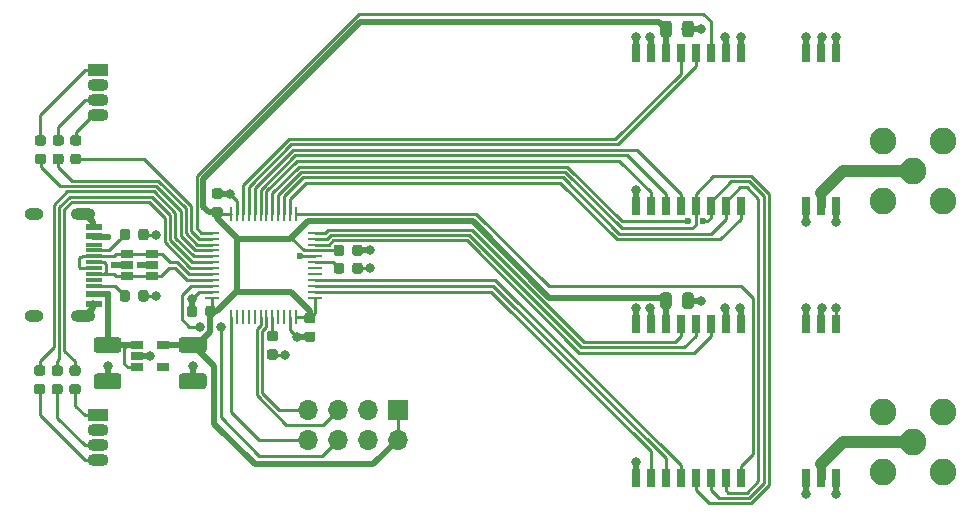
<source format=gbr>
G04 #@! TF.GenerationSoftware,KiCad,Pcbnew,5.1.8-db9833491~87~ubuntu20.04.1*
G04 #@! TF.CreationDate,2020-11-19T11:44:44+01:00*
G04 #@! TF.ProjectId,daisy,64616973-792e-46b6-9963-61645f706362,v1.0*
G04 #@! TF.SameCoordinates,Original*
G04 #@! TF.FileFunction,Copper,L1,Top*
G04 #@! TF.FilePolarity,Positive*
%FSLAX46Y46*%
G04 Gerber Fmt 4.6, Leading zero omitted, Abs format (unit mm)*
G04 Created by KiCad (PCBNEW 5.1.8-db9833491~87~ubuntu20.04.1) date 2020-11-19 11:44:44*
%MOMM*%
%LPD*%
G01*
G04 APERTURE LIST*
G04 #@! TA.AperFunction,ComponentPad*
%ADD10C,2.250000*%
G04 #@! TD*
G04 #@! TA.AperFunction,ComponentPad*
%ADD11O,1.600000X1.000000*%
G04 #@! TD*
G04 #@! TA.AperFunction,ComponentPad*
%ADD12O,2.100000X1.000000*%
G04 #@! TD*
G04 #@! TA.AperFunction,SMDPad,CuDef*
%ADD13R,1.450000X0.300000*%
G04 #@! TD*
G04 #@! TA.AperFunction,SMDPad,CuDef*
%ADD14R,1.450000X0.600000*%
G04 #@! TD*
G04 #@! TA.AperFunction,SMDPad,CuDef*
%ADD15R,1.300000X0.250000*%
G04 #@! TD*
G04 #@! TA.AperFunction,SMDPad,CuDef*
%ADD16R,0.250000X1.300000*%
G04 #@! TD*
G04 #@! TA.AperFunction,SMDPad,CuDef*
%ADD17R,1.060000X0.650000*%
G04 #@! TD*
G04 #@! TA.AperFunction,ComponentPad*
%ADD18O,1.800000X1.070000*%
G04 #@! TD*
G04 #@! TA.AperFunction,ComponentPad*
%ADD19R,1.800000X1.070000*%
G04 #@! TD*
G04 #@! TA.AperFunction,ComponentPad*
%ADD20R,1.700000X1.700000*%
G04 #@! TD*
G04 #@! TA.AperFunction,ComponentPad*
%ADD21O,1.700000X1.700000*%
G04 #@! TD*
G04 #@! TA.AperFunction,SMDPad,CuDef*
%ADD22R,0.750000X1.500000*%
G04 #@! TD*
G04 #@! TA.AperFunction,ViaPad*
%ADD23C,0.600000*%
G04 #@! TD*
G04 #@! TA.AperFunction,ViaPad*
%ADD24C,0.800000*%
G04 #@! TD*
G04 #@! TA.AperFunction,Conductor*
%ADD25C,0.500000*%
G04 #@! TD*
G04 #@! TA.AperFunction,Conductor*
%ADD26C,0.250000*%
G04 #@! TD*
G04 #@! TA.AperFunction,Conductor*
%ADD27C,1.000000*%
G04 #@! TD*
G04 #@! TA.AperFunction,Conductor*
%ADD28C,0.750000*%
G04 #@! TD*
G04 APERTURE END LIST*
D10*
X196000000Y-128500000D03*
X193460000Y-131040000D03*
X198540000Y-131040000D03*
X198540000Y-125960000D03*
X193460000Y-125960000D03*
X196000000Y-105500000D03*
X193460000Y-108040000D03*
X198540000Y-108040000D03*
X198540000Y-102960000D03*
X193460000Y-102960000D03*
D11*
X121530000Y-117820000D03*
X121530000Y-109180000D03*
D12*
X125710000Y-109180000D03*
X125710000Y-117820000D03*
D13*
X126625000Y-113250000D03*
X126625000Y-115250000D03*
X126625000Y-114750000D03*
X126625000Y-114250000D03*
X126625000Y-113750000D03*
X126625000Y-112750000D03*
X126625000Y-112250000D03*
X126625000Y-111750000D03*
D14*
X126625000Y-116750000D03*
X126625000Y-115950000D03*
X126625000Y-111050000D03*
X126625000Y-110250000D03*
X126625000Y-110250000D03*
X126625000Y-111050000D03*
X126625000Y-115950000D03*
X126625000Y-116750000D03*
D15*
X145350000Y-116250000D03*
X145350000Y-115750000D03*
X145350000Y-115250000D03*
X145350000Y-114750000D03*
X145350000Y-114250000D03*
X145350000Y-113750000D03*
X145350000Y-113250000D03*
X145350000Y-112750000D03*
X145350000Y-112250000D03*
X145350000Y-111750000D03*
X145350000Y-111250000D03*
X145350000Y-110750000D03*
D16*
X143750000Y-109150000D03*
X143250000Y-109150000D03*
X142750000Y-109150000D03*
X142250000Y-109150000D03*
X141750000Y-109150000D03*
X141250000Y-109150000D03*
X140750000Y-109150000D03*
X140250000Y-109150000D03*
X139750000Y-109150000D03*
X139250000Y-109150000D03*
X138750000Y-109150000D03*
X138250000Y-109150000D03*
D15*
X136650000Y-110750000D03*
X136650000Y-111250000D03*
X136650000Y-111750000D03*
X136650000Y-112250000D03*
X136650000Y-112750000D03*
X136650000Y-113250000D03*
X136650000Y-113750000D03*
X136650000Y-114250000D03*
X136650000Y-114750000D03*
X136650000Y-115250000D03*
X136650000Y-115750000D03*
X136650000Y-116250000D03*
D16*
X138250000Y-117850000D03*
X138750000Y-117850000D03*
X139250000Y-117850000D03*
X139750000Y-117850000D03*
X140250000Y-117850000D03*
X140750000Y-117850000D03*
X141250000Y-117850000D03*
X141750000Y-117850000D03*
X142250000Y-117850000D03*
X142750000Y-117850000D03*
X143250000Y-117850000D03*
X143750000Y-117850000D03*
G04 #@! TA.AperFunction,SMDPad,CuDef*
G36*
G01*
X131275000Y-110643750D02*
X131275000Y-111156250D01*
G75*
G02*
X131056250Y-111375000I-218750J0D01*
G01*
X130618750Y-111375000D01*
G75*
G02*
X130400000Y-111156250I0J218750D01*
G01*
X130400000Y-110643750D01*
G75*
G02*
X130618750Y-110425000I218750J0D01*
G01*
X131056250Y-110425000D01*
G75*
G02*
X131275000Y-110643750I0J-218750D01*
G01*
G37*
G04 #@! TD.AperFunction*
G04 #@! TA.AperFunction,SMDPad,CuDef*
G36*
G01*
X129700000Y-110643750D02*
X129700000Y-111156250D01*
G75*
G02*
X129481250Y-111375000I-218750J0D01*
G01*
X129043750Y-111375000D01*
G75*
G02*
X128825000Y-111156250I0J218750D01*
G01*
X128825000Y-110643750D01*
G75*
G02*
X129043750Y-110425000I218750J0D01*
G01*
X129481250Y-110425000D01*
G75*
G02*
X129700000Y-110643750I0J-218750D01*
G01*
G37*
G04 #@! TD.AperFunction*
G04 #@! TA.AperFunction,SMDPad,CuDef*
G36*
G01*
X126874998Y-122665000D02*
X128725002Y-122665000D01*
G75*
G02*
X128975000Y-122914998I0J-249998D01*
G01*
X128975000Y-123740002D01*
G75*
G02*
X128725002Y-123990000I-249998J0D01*
G01*
X126874998Y-123990000D01*
G75*
G02*
X126625000Y-123740002I0J249998D01*
G01*
X126625000Y-122914998D01*
G75*
G02*
X126874998Y-122665000I249998J0D01*
G01*
G37*
G04 #@! TD.AperFunction*
G04 #@! TA.AperFunction,SMDPad,CuDef*
G36*
G01*
X126874998Y-119590000D02*
X128725002Y-119590000D01*
G75*
G02*
X128975000Y-119839998I0J-249998D01*
G01*
X128975000Y-120665002D01*
G75*
G02*
X128725002Y-120915000I-249998J0D01*
G01*
X126874998Y-120915000D01*
G75*
G02*
X126625000Y-120665002I0J249998D01*
G01*
X126625000Y-119839998D01*
G75*
G02*
X126874998Y-119590000I249998J0D01*
G01*
G37*
G04 #@! TD.AperFunction*
G04 #@! TA.AperFunction,SMDPad,CuDef*
G36*
G01*
X134074998Y-119587500D02*
X135925002Y-119587500D01*
G75*
G02*
X136175000Y-119837498I0J-249998D01*
G01*
X136175000Y-120662502D01*
G75*
G02*
X135925002Y-120912500I-249998J0D01*
G01*
X134074998Y-120912500D01*
G75*
G02*
X133825000Y-120662502I0J249998D01*
G01*
X133825000Y-119837498D01*
G75*
G02*
X134074998Y-119587500I249998J0D01*
G01*
G37*
G04 #@! TD.AperFunction*
G04 #@! TA.AperFunction,SMDPad,CuDef*
G36*
G01*
X134074998Y-122662500D02*
X135925002Y-122662500D01*
G75*
G02*
X136175000Y-122912498I0J-249998D01*
G01*
X136175000Y-123737502D01*
G75*
G02*
X135925002Y-123987500I-249998J0D01*
G01*
X134074998Y-123987500D01*
G75*
G02*
X133825000Y-123737502I0J249998D01*
G01*
X133825000Y-122912498D01*
G75*
G02*
X134074998Y-122662500I249998J0D01*
G01*
G37*
G04 #@! TD.AperFunction*
G04 #@! TA.AperFunction,SMDPad,CuDef*
G36*
G01*
X135370000Y-117153750D02*
X135370000Y-117666250D01*
G75*
G02*
X135151250Y-117885000I-218750J0D01*
G01*
X134713750Y-117885000D01*
G75*
G02*
X134495000Y-117666250I0J218750D01*
G01*
X134495000Y-117153750D01*
G75*
G02*
X134713750Y-116935000I218750J0D01*
G01*
X135151250Y-116935000D01*
G75*
G02*
X135370000Y-117153750I0J-218750D01*
G01*
G37*
G04 #@! TD.AperFunction*
G04 #@! TA.AperFunction,SMDPad,CuDef*
G36*
G01*
X136945000Y-117153750D02*
X136945000Y-117666250D01*
G75*
G02*
X136726250Y-117885000I-218750J0D01*
G01*
X136288750Y-117885000D01*
G75*
G02*
X136070000Y-117666250I0J218750D01*
G01*
X136070000Y-117153750D01*
G75*
G02*
X136288750Y-116935000I218750J0D01*
G01*
X136726250Y-116935000D01*
G75*
G02*
X136945000Y-117153750I0J-218750D01*
G01*
G37*
G04 #@! TD.AperFunction*
G04 #@! TA.AperFunction,SMDPad,CuDef*
G36*
G01*
X144653750Y-117545000D02*
X145166250Y-117545000D01*
G75*
G02*
X145385000Y-117763750I0J-218750D01*
G01*
X145385000Y-118201250D01*
G75*
G02*
X145166250Y-118420000I-218750J0D01*
G01*
X144653750Y-118420000D01*
G75*
G02*
X144435000Y-118201250I0J218750D01*
G01*
X144435000Y-117763750D01*
G75*
G02*
X144653750Y-117545000I218750J0D01*
G01*
G37*
G04 #@! TD.AperFunction*
G04 #@! TA.AperFunction,SMDPad,CuDef*
G36*
G01*
X144653750Y-119120000D02*
X145166250Y-119120000D01*
G75*
G02*
X145385000Y-119338750I0J-218750D01*
G01*
X145385000Y-119776250D01*
G75*
G02*
X145166250Y-119995000I-218750J0D01*
G01*
X144653750Y-119995000D01*
G75*
G02*
X144435000Y-119776250I0J218750D01*
G01*
X144435000Y-119338750D01*
G75*
G02*
X144653750Y-119120000I218750J0D01*
G01*
G37*
G04 #@! TD.AperFunction*
G04 #@! TA.AperFunction,SMDPad,CuDef*
G36*
G01*
X137336250Y-107870000D02*
X136823750Y-107870000D01*
G75*
G02*
X136605000Y-107651250I0J218750D01*
G01*
X136605000Y-107213750D01*
G75*
G02*
X136823750Y-106995000I218750J0D01*
G01*
X137336250Y-106995000D01*
G75*
G02*
X137555000Y-107213750I0J-218750D01*
G01*
X137555000Y-107651250D01*
G75*
G02*
X137336250Y-107870000I-218750J0D01*
G01*
G37*
G04 #@! TD.AperFunction*
G04 #@! TA.AperFunction,SMDPad,CuDef*
G36*
G01*
X137336250Y-109445000D02*
X136823750Y-109445000D01*
G75*
G02*
X136605000Y-109226250I0J218750D01*
G01*
X136605000Y-108788750D01*
G75*
G02*
X136823750Y-108570000I218750J0D01*
G01*
X137336250Y-108570000D01*
G75*
G02*
X137555000Y-108788750I0J-218750D01*
G01*
X137555000Y-109226250D01*
G75*
G02*
X137336250Y-109445000I-218750J0D01*
G01*
G37*
G04 #@! TD.AperFunction*
G04 #@! TA.AperFunction,SMDPad,CuDef*
G36*
G01*
X146945000Y-112496250D02*
X146945000Y-111983750D01*
G75*
G02*
X147163750Y-111765000I218750J0D01*
G01*
X147601250Y-111765000D01*
G75*
G02*
X147820000Y-111983750I0J-218750D01*
G01*
X147820000Y-112496250D01*
G75*
G02*
X147601250Y-112715000I-218750J0D01*
G01*
X147163750Y-112715000D01*
G75*
G02*
X146945000Y-112496250I0J218750D01*
G01*
G37*
G04 #@! TD.AperFunction*
G04 #@! TA.AperFunction,SMDPad,CuDef*
G36*
G01*
X148520000Y-112496250D02*
X148520000Y-111983750D01*
G75*
G02*
X148738750Y-111765000I218750J0D01*
G01*
X149176250Y-111765000D01*
G75*
G02*
X149395000Y-111983750I0J-218750D01*
G01*
X149395000Y-112496250D01*
G75*
G02*
X149176250Y-112715000I-218750J0D01*
G01*
X148738750Y-112715000D01*
G75*
G02*
X148520000Y-112496250I0J218750D01*
G01*
G37*
G04 #@! TD.AperFunction*
G04 #@! TA.AperFunction,SMDPad,CuDef*
G36*
G01*
X146945000Y-114006250D02*
X146945000Y-113493750D01*
G75*
G02*
X147163750Y-113275000I218750J0D01*
G01*
X147601250Y-113275000D01*
G75*
G02*
X147820000Y-113493750I0J-218750D01*
G01*
X147820000Y-114006250D01*
G75*
G02*
X147601250Y-114225000I-218750J0D01*
G01*
X147163750Y-114225000D01*
G75*
G02*
X146945000Y-114006250I0J218750D01*
G01*
G37*
G04 #@! TD.AperFunction*
G04 #@! TA.AperFunction,SMDPad,CuDef*
G36*
G01*
X148520000Y-114006250D02*
X148520000Y-113493750D01*
G75*
G02*
X148738750Y-113275000I218750J0D01*
G01*
X149176250Y-113275000D01*
G75*
G02*
X149395000Y-113493750I0J-218750D01*
G01*
X149395000Y-114006250D01*
G75*
G02*
X149176250Y-114225000I-218750J0D01*
G01*
X148738750Y-114225000D01*
G75*
G02*
X148520000Y-114006250I0J218750D01*
G01*
G37*
G04 #@! TD.AperFunction*
G04 #@! TA.AperFunction,SMDPad,CuDef*
G36*
G01*
X129700000Y-115843750D02*
X129700000Y-116356250D01*
G75*
G02*
X129481250Y-116575000I-218750J0D01*
G01*
X129043750Y-116575000D01*
G75*
G02*
X128825000Y-116356250I0J218750D01*
G01*
X128825000Y-115843750D01*
G75*
G02*
X129043750Y-115625000I218750J0D01*
G01*
X129481250Y-115625000D01*
G75*
G02*
X129700000Y-115843750I0J-218750D01*
G01*
G37*
G04 #@! TD.AperFunction*
G04 #@! TA.AperFunction,SMDPad,CuDef*
G36*
G01*
X131275000Y-115843750D02*
X131275000Y-116356250D01*
G75*
G02*
X131056250Y-116575000I-218750J0D01*
G01*
X130618750Y-116575000D01*
G75*
G02*
X130400000Y-116356250I0J218750D01*
G01*
X130400000Y-115843750D01*
G75*
G02*
X130618750Y-115625000I218750J0D01*
G01*
X131056250Y-115625000D01*
G75*
G02*
X131275000Y-115843750I0J-218750D01*
G01*
G37*
G04 #@! TD.AperFunction*
G04 #@! TA.AperFunction,SMDPad,CuDef*
G36*
G01*
X141493750Y-119055000D02*
X142006250Y-119055000D01*
G75*
G02*
X142225000Y-119273750I0J-218750D01*
G01*
X142225000Y-119711250D01*
G75*
G02*
X142006250Y-119930000I-218750J0D01*
G01*
X141493750Y-119930000D01*
G75*
G02*
X141275000Y-119711250I0J218750D01*
G01*
X141275000Y-119273750D01*
G75*
G02*
X141493750Y-119055000I218750J0D01*
G01*
G37*
G04 #@! TD.AperFunction*
G04 #@! TA.AperFunction,SMDPad,CuDef*
G36*
G01*
X141493750Y-120630000D02*
X142006250Y-120630000D01*
G75*
G02*
X142225000Y-120848750I0J-218750D01*
G01*
X142225000Y-121286250D01*
G75*
G02*
X142006250Y-121505000I-218750J0D01*
G01*
X141493750Y-121505000D01*
G75*
G02*
X141275000Y-121286250I0J218750D01*
G01*
X141275000Y-120848750D01*
G75*
G02*
X141493750Y-120630000I218750J0D01*
G01*
G37*
G04 #@! TD.AperFunction*
G04 #@! TA.AperFunction,SMDPad,CuDef*
G36*
G01*
X122366250Y-104945000D02*
X121853750Y-104945000D01*
G75*
G02*
X121635000Y-104726250I0J218750D01*
G01*
X121635000Y-104288750D01*
G75*
G02*
X121853750Y-104070000I218750J0D01*
G01*
X122366250Y-104070000D01*
G75*
G02*
X122585000Y-104288750I0J-218750D01*
G01*
X122585000Y-104726250D01*
G75*
G02*
X122366250Y-104945000I-218750J0D01*
G01*
G37*
G04 #@! TD.AperFunction*
G04 #@! TA.AperFunction,SMDPad,CuDef*
G36*
G01*
X122366250Y-103370000D02*
X121853750Y-103370000D01*
G75*
G02*
X121635000Y-103151250I0J218750D01*
G01*
X121635000Y-102713750D01*
G75*
G02*
X121853750Y-102495000I218750J0D01*
G01*
X122366250Y-102495000D01*
G75*
G02*
X122585000Y-102713750I0J-218750D01*
G01*
X122585000Y-103151250D01*
G75*
G02*
X122366250Y-103370000I-218750J0D01*
G01*
G37*
G04 #@! TD.AperFunction*
G04 #@! TA.AperFunction,SMDPad,CuDef*
G36*
G01*
X123866250Y-103370000D02*
X123353750Y-103370000D01*
G75*
G02*
X123135000Y-103151250I0J218750D01*
G01*
X123135000Y-102713750D01*
G75*
G02*
X123353750Y-102495000I218750J0D01*
G01*
X123866250Y-102495000D01*
G75*
G02*
X124085000Y-102713750I0J-218750D01*
G01*
X124085000Y-103151250D01*
G75*
G02*
X123866250Y-103370000I-218750J0D01*
G01*
G37*
G04 #@! TD.AperFunction*
G04 #@! TA.AperFunction,SMDPad,CuDef*
G36*
G01*
X123866250Y-104945000D02*
X123353750Y-104945000D01*
G75*
G02*
X123135000Y-104726250I0J218750D01*
G01*
X123135000Y-104288750D01*
G75*
G02*
X123353750Y-104070000I218750J0D01*
G01*
X123866250Y-104070000D01*
G75*
G02*
X124085000Y-104288750I0J-218750D01*
G01*
X124085000Y-104726250D01*
G75*
G02*
X123866250Y-104945000I-218750J0D01*
G01*
G37*
G04 #@! TD.AperFunction*
G04 #@! TA.AperFunction,SMDPad,CuDef*
G36*
G01*
X125366250Y-104945000D02*
X124853750Y-104945000D01*
G75*
G02*
X124635000Y-104726250I0J218750D01*
G01*
X124635000Y-104288750D01*
G75*
G02*
X124853750Y-104070000I218750J0D01*
G01*
X125366250Y-104070000D01*
G75*
G02*
X125585000Y-104288750I0J-218750D01*
G01*
X125585000Y-104726250D01*
G75*
G02*
X125366250Y-104945000I-218750J0D01*
G01*
G37*
G04 #@! TD.AperFunction*
G04 #@! TA.AperFunction,SMDPad,CuDef*
G36*
G01*
X125366250Y-103370000D02*
X124853750Y-103370000D01*
G75*
G02*
X124635000Y-103151250I0J218750D01*
G01*
X124635000Y-102713750D01*
G75*
G02*
X124853750Y-102495000I218750J0D01*
G01*
X125366250Y-102495000D01*
G75*
G02*
X125585000Y-102713750I0J-218750D01*
G01*
X125585000Y-103151250D01*
G75*
G02*
X125366250Y-103370000I-218750J0D01*
G01*
G37*
G04 #@! TD.AperFunction*
G04 #@! TA.AperFunction,SMDPad,CuDef*
G36*
G01*
X124783750Y-123560000D02*
X125296250Y-123560000D01*
G75*
G02*
X125515000Y-123778750I0J-218750D01*
G01*
X125515000Y-124216250D01*
G75*
G02*
X125296250Y-124435000I-218750J0D01*
G01*
X124783750Y-124435000D01*
G75*
G02*
X124565000Y-124216250I0J218750D01*
G01*
X124565000Y-123778750D01*
G75*
G02*
X124783750Y-123560000I218750J0D01*
G01*
G37*
G04 #@! TD.AperFunction*
G04 #@! TA.AperFunction,SMDPad,CuDef*
G36*
G01*
X124783750Y-121985000D02*
X125296250Y-121985000D01*
G75*
G02*
X125515000Y-122203750I0J-218750D01*
G01*
X125515000Y-122641250D01*
G75*
G02*
X125296250Y-122860000I-218750J0D01*
G01*
X124783750Y-122860000D01*
G75*
G02*
X124565000Y-122641250I0J218750D01*
G01*
X124565000Y-122203750D01*
G75*
G02*
X124783750Y-121985000I218750J0D01*
G01*
G37*
G04 #@! TD.AperFunction*
D17*
X130300000Y-120250000D03*
X130300000Y-121200000D03*
X130300000Y-122150000D03*
X132500000Y-122150000D03*
X132500000Y-120250000D03*
X131600000Y-114450000D03*
X131600000Y-113500000D03*
X131600000Y-112550000D03*
X129400000Y-112550000D03*
X129400000Y-114450000D03*
X129400000Y-113500000D03*
D18*
X127000000Y-100810000D03*
X127000000Y-99540000D03*
X127000000Y-98270000D03*
D19*
X127000000Y-97000000D03*
X127000000Y-126200000D03*
D18*
X127000000Y-127470000D03*
X127000000Y-128740000D03*
X127000000Y-130010000D03*
G04 #@! TA.AperFunction,SMDPad,CuDef*
G36*
G01*
X123273750Y-121985000D02*
X123786250Y-121985000D01*
G75*
G02*
X124005000Y-122203750I0J-218750D01*
G01*
X124005000Y-122641250D01*
G75*
G02*
X123786250Y-122860000I-218750J0D01*
G01*
X123273750Y-122860000D01*
G75*
G02*
X123055000Y-122641250I0J218750D01*
G01*
X123055000Y-122203750D01*
G75*
G02*
X123273750Y-121985000I218750J0D01*
G01*
G37*
G04 #@! TD.AperFunction*
G04 #@! TA.AperFunction,SMDPad,CuDef*
G36*
G01*
X123273750Y-123560000D02*
X123786250Y-123560000D01*
G75*
G02*
X124005000Y-123778750I0J-218750D01*
G01*
X124005000Y-124216250D01*
G75*
G02*
X123786250Y-124435000I-218750J0D01*
G01*
X123273750Y-124435000D01*
G75*
G02*
X123055000Y-124216250I0J218750D01*
G01*
X123055000Y-123778750D01*
G75*
G02*
X123273750Y-123560000I218750J0D01*
G01*
G37*
G04 #@! TD.AperFunction*
G04 #@! TA.AperFunction,SMDPad,CuDef*
G36*
G01*
X121783750Y-123560000D02*
X122296250Y-123560000D01*
G75*
G02*
X122515000Y-123778750I0J-218750D01*
G01*
X122515000Y-124216250D01*
G75*
G02*
X122296250Y-124435000I-218750J0D01*
G01*
X121783750Y-124435000D01*
G75*
G02*
X121565000Y-124216250I0J218750D01*
G01*
X121565000Y-123778750D01*
G75*
G02*
X121783750Y-123560000I218750J0D01*
G01*
G37*
G04 #@! TD.AperFunction*
G04 #@! TA.AperFunction,SMDPad,CuDef*
G36*
G01*
X121783750Y-121985000D02*
X122296250Y-121985000D01*
G75*
G02*
X122515000Y-122203750I0J-218750D01*
G01*
X122515000Y-122641250D01*
G75*
G02*
X122296250Y-122860000I-218750J0D01*
G01*
X121783750Y-122860000D01*
G75*
G02*
X121565000Y-122641250I0J218750D01*
G01*
X121565000Y-122203750D01*
G75*
G02*
X121783750Y-121985000I218750J0D01*
G01*
G37*
G04 #@! TD.AperFunction*
G04 #@! TA.AperFunction,SMDPad,CuDef*
G36*
G01*
X174575000Y-93956250D02*
X174575000Y-93043750D01*
G75*
G02*
X174818750Y-92800000I243750J0D01*
G01*
X175306250Y-92800000D01*
G75*
G02*
X175550000Y-93043750I0J-243750D01*
G01*
X175550000Y-93956250D01*
G75*
G02*
X175306250Y-94200000I-243750J0D01*
G01*
X174818750Y-94200000D01*
G75*
G02*
X174575000Y-93956250I0J243750D01*
G01*
G37*
G04 #@! TD.AperFunction*
G04 #@! TA.AperFunction,SMDPad,CuDef*
G36*
G01*
X176450000Y-93956250D02*
X176450000Y-93043750D01*
G75*
G02*
X176693750Y-92800000I243750J0D01*
G01*
X177181250Y-92800000D01*
G75*
G02*
X177425000Y-93043750I0J-243750D01*
G01*
X177425000Y-93956250D01*
G75*
G02*
X177181250Y-94200000I-243750J0D01*
G01*
X176693750Y-94200000D01*
G75*
G02*
X176450000Y-93956250I0J243750D01*
G01*
G37*
G04 #@! TD.AperFunction*
G04 #@! TA.AperFunction,SMDPad,CuDef*
G36*
G01*
X176450000Y-116956250D02*
X176450000Y-116043750D01*
G75*
G02*
X176693750Y-115800000I243750J0D01*
G01*
X177181250Y-115800000D01*
G75*
G02*
X177425000Y-116043750I0J-243750D01*
G01*
X177425000Y-116956250D01*
G75*
G02*
X177181250Y-117200000I-243750J0D01*
G01*
X176693750Y-117200000D01*
G75*
G02*
X176450000Y-116956250I0J243750D01*
G01*
G37*
G04 #@! TD.AperFunction*
G04 #@! TA.AperFunction,SMDPad,CuDef*
G36*
G01*
X174575000Y-116956250D02*
X174575000Y-116043750D01*
G75*
G02*
X174818750Y-115800000I243750J0D01*
G01*
X175306250Y-115800000D01*
G75*
G02*
X175550000Y-116043750I0J-243750D01*
G01*
X175550000Y-116956250D01*
G75*
G02*
X175306250Y-117200000I-243750J0D01*
G01*
X174818750Y-117200000D01*
G75*
G02*
X174575000Y-116956250I0J243750D01*
G01*
G37*
G04 #@! TD.AperFunction*
D20*
X152400000Y-125730000D03*
D21*
X152400000Y-128270000D03*
X149860000Y-125730000D03*
X149860000Y-128270000D03*
X147320000Y-125730000D03*
X147320000Y-128270000D03*
X144780000Y-125730000D03*
X144780000Y-128270000D03*
D22*
X189500000Y-108500000D03*
X188230000Y-108500000D03*
X186960000Y-108500000D03*
X181390000Y-108500000D03*
X180120000Y-108500000D03*
X178850000Y-108500000D03*
X177580000Y-108500000D03*
X176310000Y-108500000D03*
X175040000Y-108500000D03*
X173770000Y-108500000D03*
X172500000Y-108500000D03*
X172500000Y-95500000D03*
X173770000Y-95500000D03*
X175040000Y-95500000D03*
X176310000Y-95500000D03*
X177580000Y-95500000D03*
X178850000Y-95500000D03*
X180120000Y-95500000D03*
X181390000Y-95500000D03*
X186960000Y-95500000D03*
X188230000Y-95500000D03*
X189500000Y-95500000D03*
X189500000Y-118500000D03*
X188230000Y-118500000D03*
X186960000Y-118500000D03*
X181390000Y-118500000D03*
X180120000Y-118500000D03*
X178850000Y-118500000D03*
X177580000Y-118500000D03*
X176310000Y-118500000D03*
X175040000Y-118500000D03*
X173770000Y-118500000D03*
X172500000Y-118500000D03*
X172500000Y-131500000D03*
X173770000Y-131500000D03*
X175040000Y-131500000D03*
X176310000Y-131500000D03*
X177580000Y-131500000D03*
X178850000Y-131500000D03*
X180120000Y-131500000D03*
X181390000Y-131500000D03*
X186960000Y-131500000D03*
X188230000Y-131500000D03*
X189500000Y-131500000D03*
D23*
X130530002Y-113500000D03*
D24*
X127800000Y-122050000D03*
X135000000Y-122050000D03*
D23*
X144050006Y-112750000D03*
D24*
X138160000Y-107439998D03*
X143830000Y-119560000D03*
X134930000Y-116330000D03*
X150000001Y-112230000D03*
X189500000Y-132850000D03*
X186950000Y-132850000D03*
X189500000Y-117150012D03*
X188249974Y-117150000D03*
X186950000Y-117150000D03*
X180100000Y-117150000D03*
X172499998Y-117150000D03*
X173750000Y-117150000D03*
X189499998Y-94150000D03*
X188250002Y-94150000D03*
X186950000Y-94150000D03*
X181400000Y-94150000D03*
X180100000Y-94150010D03*
X186950000Y-109850000D03*
X189500000Y-109849996D03*
X181374990Y-117150000D03*
X178049990Y-116500000D03*
X178050000Y-93500000D03*
X173750000Y-94149994D03*
X172500000Y-94150000D03*
X172510002Y-107140000D03*
X172500000Y-130139998D03*
X131430000Y-121190000D03*
X131879999Y-116100000D03*
X131879990Y-110900000D03*
X149990000Y-113740000D03*
X142839998Y-121060000D03*
D23*
X127800000Y-115900000D03*
X128340000Y-113500000D03*
X127800000Y-111100000D03*
D24*
X137400000Y-118700000D03*
X135600000Y-118700000D03*
D23*
X176939996Y-109760000D03*
X178230000Y-109760001D03*
D25*
X131600000Y-113500000D02*
X130530002Y-113500000D01*
X127800000Y-123325000D02*
X127800000Y-122050000D01*
X135000000Y-123327500D02*
X135000000Y-122050000D01*
D26*
X145350000Y-112750000D02*
X144050006Y-112750000D01*
D25*
X138152502Y-107432500D02*
X138160000Y-107439998D01*
X137080000Y-107432500D02*
X138152502Y-107432500D01*
D26*
X138750000Y-108029998D02*
X138160000Y-107439998D01*
X138750000Y-109150000D02*
X138750000Y-108029998D01*
X143832500Y-119557500D02*
X143830000Y-119560000D01*
D25*
X144910000Y-119557500D02*
X143832500Y-119557500D01*
D26*
X143250000Y-118980000D02*
X143830000Y-119560000D01*
X143250000Y-117850000D02*
X143250000Y-118980000D01*
X134930000Y-117407500D02*
X134932500Y-117410000D01*
D25*
X134930000Y-116330000D02*
X134930000Y-117407500D01*
D26*
X135510000Y-115750000D02*
X134930000Y-116330000D01*
X136650000Y-115750000D02*
X135510000Y-115750000D01*
X149990001Y-112240000D02*
X150000001Y-112230000D01*
D25*
X148957500Y-112240000D02*
X149990001Y-112240000D01*
D26*
X189500000Y-131125000D02*
X189585000Y-131040000D01*
X189500000Y-131500000D02*
X189500000Y-131125000D01*
D25*
X189500000Y-131500000D02*
X189500000Y-132850000D01*
D26*
X186960000Y-132840000D02*
X186950000Y-132850000D01*
D25*
X186960000Y-131500000D02*
X186960000Y-132840000D01*
D26*
X189500000Y-118500000D02*
X189500000Y-117150012D01*
X188230000Y-117169974D02*
X188249974Y-117150000D01*
D25*
X188230000Y-118500000D02*
X188230000Y-117169974D01*
X186960000Y-118500000D02*
X186960000Y-117160000D01*
D26*
X186960000Y-117160000D02*
X186950000Y-117150000D01*
X180120000Y-117170000D02*
X180100000Y-117150000D01*
D25*
X180120000Y-118500000D02*
X180120000Y-117170000D01*
D26*
X172500000Y-117150002D02*
X172499998Y-117150000D01*
D25*
X172500000Y-118500000D02*
X172500000Y-117150002D01*
D26*
X173770000Y-117170000D02*
X173750000Y-117150000D01*
D25*
X173770000Y-118500000D02*
X173770000Y-117170000D01*
D26*
X189500000Y-94150002D02*
X189499998Y-94150000D01*
D25*
X189500000Y-95500000D02*
X189500000Y-94150002D01*
D26*
X188230000Y-94170002D02*
X188250002Y-94150000D01*
D25*
X188230000Y-95500000D02*
X188230000Y-94170002D01*
D26*
X186960000Y-94160000D02*
X186950000Y-94150000D01*
D25*
X186960000Y-95500000D02*
X186960000Y-94160000D01*
D26*
X181390000Y-94160000D02*
X181400000Y-94150000D01*
D25*
X181390000Y-95500000D02*
X181390000Y-94160000D01*
D26*
X180120000Y-94170010D02*
X180100000Y-94150010D01*
D25*
X180120000Y-95500000D02*
X180120000Y-94170010D01*
X186960000Y-108500000D02*
X186960000Y-109840000D01*
D26*
X186960000Y-109840000D02*
X186950000Y-109850000D01*
D25*
X189500000Y-108500000D02*
X189500000Y-109849996D01*
X181390000Y-118500000D02*
X181390000Y-117165010D01*
D26*
X181390000Y-117165010D02*
X181374990Y-117150000D01*
D25*
X176937500Y-116500000D02*
X178049990Y-116500000D01*
X176637500Y-93500000D02*
X177750000Y-93500000D01*
D26*
X173770000Y-94169994D02*
X173750000Y-94149994D01*
D25*
X173770000Y-95500000D02*
X173770000Y-94169994D01*
X172500000Y-95500000D02*
X172500000Y-94150000D01*
X172500000Y-108500000D02*
X172500000Y-107150002D01*
D26*
X172500000Y-107150002D02*
X172510002Y-107140000D01*
D25*
X172500000Y-131500000D02*
X172500000Y-130139998D01*
D26*
X131420000Y-121200000D02*
X131430000Y-121190000D01*
D25*
X130300000Y-121200000D02*
X131420000Y-121200000D01*
D26*
X130837500Y-116100000D02*
X131879999Y-116100000D01*
X130837500Y-110900000D02*
X131879990Y-110900000D01*
X148957500Y-113750000D02*
X149980000Y-113750000D01*
X149980000Y-113750000D02*
X149990000Y-113740000D01*
D25*
X126590000Y-117120000D02*
X125890000Y-117820000D01*
X126590000Y-116700000D02*
X126590000Y-117120000D01*
X126590000Y-109880000D02*
X125890000Y-109180000D01*
X126590000Y-110300000D02*
X126590000Y-109880000D01*
D26*
X141750000Y-121067500D02*
X142832498Y-121067500D01*
X142832498Y-121067500D02*
X142839998Y-121060000D01*
D25*
X127800000Y-115900000D02*
X127800000Y-120252500D01*
D26*
X130297500Y-120252500D02*
X130300000Y-120250000D01*
D25*
X127800000Y-120252500D02*
X130297500Y-120252500D01*
X129400000Y-113500000D02*
X128340000Y-113500000D01*
D26*
X129520000Y-120250000D02*
X130300000Y-120250000D01*
X129230000Y-120540000D02*
X129520000Y-120250000D01*
X129230000Y-121860000D02*
X129230000Y-120540000D01*
X130300000Y-122150000D02*
X129520000Y-122150000D01*
X129520000Y-122150000D02*
X129230000Y-121860000D01*
D25*
X126590000Y-115900000D02*
X127800000Y-115900000D01*
X126590000Y-111100000D02*
X127800000Y-111100000D01*
D26*
X137312500Y-109150000D02*
X137137500Y-108975000D01*
X138250000Y-109150000D02*
X137312500Y-109150000D01*
X145350000Y-116250000D02*
X145350000Y-117537500D01*
X144687500Y-117850000D02*
X144862500Y-118025000D01*
X143750000Y-117850000D02*
X144687500Y-117850000D01*
X145350000Y-117537500D02*
X144862500Y-118025000D01*
X136650000Y-117267500D02*
X136507500Y-117410000D01*
X136650000Y-116250000D02*
X136650000Y-117267500D01*
D25*
X138750000Y-115750000D02*
X143250000Y-115750000D01*
X138750000Y-111250000D02*
X138750000Y-115750000D01*
D26*
X143300000Y-115750000D02*
X143250000Y-115750000D01*
D25*
X144910000Y-117982500D02*
X144910000Y-117360000D01*
X144910000Y-117360000D02*
X143300000Y-115750000D01*
D26*
X138700000Y-115750000D02*
X138750000Y-115750000D01*
D25*
X136507500Y-117410000D02*
X137040000Y-117410000D01*
X137040000Y-117410000D02*
X138700000Y-115750000D01*
D26*
X138750000Y-111215000D02*
X138750000Y-111250000D01*
D25*
X137080000Y-109545000D02*
X138750000Y-111215000D01*
X137080000Y-109007500D02*
X137080000Y-109545000D01*
D26*
X147372500Y-112250000D02*
X147382500Y-112240000D01*
X145350000Y-112250000D02*
X147372500Y-112250000D01*
D25*
X136507500Y-117410000D02*
X136507500Y-119152500D01*
X135410000Y-120250000D02*
X136507500Y-119152500D01*
X135000000Y-120250000D02*
X135410000Y-120250000D01*
X133280000Y-120250000D02*
X135000000Y-120250000D01*
X132500000Y-120250000D02*
X133280000Y-120250000D01*
X138750000Y-111250000D02*
X143250000Y-111250000D01*
D26*
X175040000Y-116522500D02*
X175062500Y-116500000D01*
D25*
X175040000Y-118500000D02*
X175040000Y-116522500D01*
D26*
X144450000Y-112250000D02*
X143450000Y-111250000D01*
X143450000Y-111250000D02*
X143250000Y-111250000D01*
X145350000Y-112250000D02*
X144450000Y-112250000D01*
X174812500Y-116250000D02*
X175062500Y-116500000D01*
X175040000Y-93522500D02*
X175062500Y-93500000D01*
D25*
X175040000Y-95500000D02*
X175040000Y-93522500D01*
X165210000Y-116250000D02*
X174812500Y-116250000D01*
X158710000Y-109750000D02*
X165210000Y-116250000D01*
X144750000Y-109750000D02*
X158710000Y-109750000D01*
X143250000Y-111250000D02*
X144750000Y-109750000D01*
X174506263Y-92943763D02*
X149136237Y-92943763D01*
X175062500Y-93500000D02*
X174506263Y-92943763D01*
X136350000Y-109020000D02*
X136362500Y-109007500D01*
X149136237Y-92943763D02*
X135905031Y-106174969D01*
X135905031Y-106174969D02*
X135905031Y-108575031D01*
X136362500Y-109007500D02*
X137080000Y-109007500D01*
X135905031Y-108575031D02*
X136350000Y-109020000D01*
D26*
X152400000Y-127067919D02*
X152400000Y-125730000D01*
X152400000Y-128270000D02*
X152400000Y-127067919D01*
D25*
X150300000Y-130370000D02*
X152400000Y-128270000D01*
X140270000Y-130370000D02*
X150300000Y-130370000D01*
X136824989Y-126924989D02*
X140270000Y-130370000D01*
X135000000Y-120250000D02*
X136824989Y-122074989D01*
X136824989Y-122074989D02*
X136824989Y-126924989D01*
D26*
X122110000Y-102395000D02*
X122110000Y-102932500D01*
X122110000Y-100740000D02*
X122110000Y-102395000D01*
X125850000Y-97000000D02*
X122110000Y-100740000D01*
X127000000Y-97000000D02*
X125850000Y-97000000D01*
X125040000Y-124535000D02*
X125040000Y-123997500D01*
X125040000Y-125390000D02*
X125040000Y-124535000D01*
X125850000Y-126200000D02*
X125040000Y-125390000D01*
X127000000Y-126200000D02*
X125850000Y-126200000D01*
X128412500Y-115250000D02*
X129262500Y-116100000D01*
X126590000Y-115250000D02*
X128412500Y-115250000D01*
X131600000Y-114450000D02*
X129400000Y-114450000D01*
X133030000Y-113760000D02*
X133520000Y-113760000D01*
X134510000Y-114750000D02*
X136650000Y-114750000D01*
X133520000Y-113760000D02*
X134510000Y-114750000D01*
X131600000Y-114450000D02*
X132340000Y-114450000D01*
X132340000Y-114450000D02*
X133030000Y-113760000D01*
X127515000Y-114250000D02*
X126590000Y-114250000D01*
X127690000Y-114075000D02*
X127515000Y-114250000D01*
X127690000Y-113425000D02*
X127690000Y-114075000D01*
X126590000Y-113250000D02*
X127515000Y-113250000D01*
X127515000Y-113250000D02*
X127690000Y-113425000D01*
X128520000Y-114450000D02*
X129400000Y-114450000D01*
X126590000Y-114250000D02*
X128320000Y-114250000D01*
X128320000Y-114250000D02*
X128520000Y-114450000D01*
X129400000Y-112550000D02*
X131600000Y-112550000D01*
X133070000Y-113250000D02*
X132370000Y-112550000D01*
X133670000Y-113250000D02*
X133070000Y-113250000D01*
X136650000Y-114250000D02*
X134670000Y-114250000D01*
X132370000Y-112550000D02*
X131600000Y-112550000D01*
X134670000Y-114250000D02*
X133670000Y-113250000D01*
X125640001Y-113725001D02*
X125665000Y-113750000D01*
X125469999Y-113725001D02*
X125640001Y-113725001D01*
X125665000Y-113750000D02*
X126590000Y-113750000D01*
X125360000Y-113615002D02*
X125469999Y-113725001D01*
X125360000Y-112884998D02*
X125360000Y-113615002D01*
X125469999Y-112774999D02*
X125360000Y-112884998D01*
X125640001Y-112774999D02*
X125469999Y-112774999D01*
X128330000Y-112750000D02*
X125665000Y-112750000D01*
X128530000Y-112550000D02*
X128330000Y-112750000D01*
X125665000Y-112750000D02*
X125640001Y-112774999D01*
X129400000Y-112550000D02*
X128530000Y-112550000D01*
X127937499Y-112225001D02*
X128800888Y-111361612D01*
X127254999Y-112225001D02*
X127937499Y-112225001D01*
X128800888Y-111361612D02*
X129262500Y-110900000D01*
X127230000Y-112250000D02*
X127254999Y-112225001D01*
X126590000Y-112250000D02*
X127230000Y-112250000D01*
X122140000Y-105170000D02*
X122140000Y-104537500D01*
X135240000Y-112250000D02*
X133979989Y-110989990D01*
X136650000Y-112250000D02*
X135240000Y-112250000D01*
X133979989Y-110989990D02*
X133979989Y-108876398D01*
X133979989Y-108876398D02*
X131903558Y-106799969D01*
X122140000Y-104537500D02*
X122110000Y-104507500D01*
X131903558Y-106799969D02*
X123769969Y-106799969D01*
X123769969Y-106799969D02*
X122140000Y-105170000D01*
X123610000Y-104969112D02*
X123610000Y-104507500D01*
X135376410Y-111750000D02*
X134430000Y-110803590D01*
X136650000Y-111750000D02*
X135376410Y-111750000D01*
X123610000Y-105160000D02*
X123610000Y-104969112D01*
X134430000Y-110803590D02*
X134430000Y-108689998D01*
X134430000Y-108689998D02*
X132089957Y-106349959D01*
X132089957Y-106349959D02*
X124799959Y-106349959D01*
X124799959Y-106349959D02*
X123610000Y-105160000D01*
X125040000Y-121620000D02*
X125040000Y-122422500D01*
X124150000Y-120730000D02*
X125040000Y-121620000D01*
X124150000Y-108770000D02*
X124150000Y-120730000D01*
X136650000Y-113750000D02*
X134810000Y-113750000D01*
X132629956Y-111569956D02*
X132629956Y-109489956D01*
X132629956Y-109489956D02*
X131290000Y-108150000D01*
X131290000Y-108150000D02*
X124770000Y-108150000D01*
X134810000Y-113750000D02*
X132629956Y-111569956D01*
X124770000Y-108150000D02*
X124150000Y-108770000D01*
X123699989Y-108583600D02*
X123699989Y-121460011D01*
X134946410Y-113250000D02*
X133079967Y-111383557D01*
X123699989Y-121460011D02*
X123530000Y-121630000D01*
X133079967Y-109249197D02*
X131530759Y-107699989D01*
X136650000Y-113250000D02*
X134946410Y-113250000D01*
X133079967Y-111383557D02*
X133079967Y-109249197D01*
X131530759Y-107699989D02*
X124583600Y-107699989D01*
X123530000Y-121630000D02*
X123530000Y-122422500D01*
X124583600Y-107699989D02*
X123699989Y-108583600D01*
X125110000Y-102395000D02*
X125110000Y-102932500D01*
X125110000Y-102240000D02*
X125110000Y-102395000D01*
X127000000Y-100810000D02*
X126540000Y-100810000D01*
X126540000Y-100810000D02*
X125110000Y-102240000D01*
X123610000Y-102395000D02*
X123610000Y-102932500D01*
X123610000Y-101780000D02*
X123610000Y-102395000D01*
X125850000Y-99540000D02*
X123610000Y-101780000D01*
X127000000Y-99540000D02*
X125850000Y-99540000D01*
X123530000Y-124535000D02*
X123530000Y-123997500D01*
X123530000Y-126420000D02*
X123530000Y-124535000D01*
X125850000Y-128740000D02*
X123530000Y-126420000D01*
X127000000Y-128740000D02*
X125850000Y-128740000D01*
X122040000Y-124535000D02*
X122040000Y-123997500D01*
X122040000Y-126200000D02*
X122040000Y-124535000D01*
X125850000Y-130010000D02*
X122040000Y-126200000D01*
X127000000Y-130010000D02*
X125850000Y-130010000D01*
X136650000Y-111250000D02*
X135512820Y-111250000D01*
X135512820Y-111250000D02*
X134880011Y-110617191D01*
X134880011Y-110617191D02*
X134880010Y-108503598D01*
X134880010Y-108503598D02*
X130883912Y-104507500D01*
X130883912Y-104507500D02*
X125685000Y-104507500D01*
X125685000Y-104507500D02*
X125110000Y-104507500D01*
X123249978Y-120420022D02*
X122040000Y-121630000D01*
X123249978Y-108397200D02*
X123249978Y-120420022D01*
X136650000Y-112750000D02*
X135082820Y-112750000D01*
X135082820Y-112750000D02*
X133529978Y-111197158D01*
X133529978Y-111197158D02*
X133529978Y-109062797D01*
X122040000Y-121630000D02*
X122040000Y-122422500D01*
X131717159Y-107249978D02*
X124397200Y-107249978D01*
X133529978Y-109062797D02*
X131717159Y-107249978D01*
X124397200Y-107249978D02*
X123249978Y-108397200D01*
X141750000Y-117850000D02*
X141750000Y-119492500D01*
X146882500Y-113250000D02*
X147382500Y-113750000D01*
X145350000Y-113250000D02*
X146882500Y-113250000D01*
X140419989Y-118923600D02*
X140419989Y-124496400D01*
X142933589Y-127010000D02*
X146040000Y-127010000D01*
X140419989Y-124496400D02*
X142933589Y-127010000D01*
X146470001Y-126579999D02*
X147320000Y-125730000D01*
X140750000Y-118593590D02*
X140419989Y-118923600D01*
X140750000Y-117850000D02*
X140750000Y-118593590D01*
X146040000Y-127010000D02*
X146470001Y-126579999D01*
X134700000Y-118700000D02*
X135600000Y-118700000D01*
X134080000Y-118080000D02*
X134700000Y-118700000D01*
X136650000Y-115250000D02*
X134860000Y-115250000D01*
X134080000Y-116030000D02*
X134080000Y-118080000D01*
X134860000Y-115250000D02*
X134080000Y-116030000D01*
X145960000Y-129630000D02*
X146470001Y-129119999D01*
X146470001Y-129119999D02*
X147320000Y-128270000D01*
X137400000Y-118700000D02*
X137400000Y-126390000D01*
X137400000Y-126390000D02*
X140640000Y-129630000D01*
X140640000Y-129630000D02*
X145960000Y-129630000D01*
X140870000Y-124310000D02*
X142290000Y-125730000D01*
X141250000Y-117850000D02*
X141250000Y-118730000D01*
X142290000Y-125730000D02*
X144780000Y-125730000D01*
X141250000Y-118730000D02*
X140870000Y-119110000D01*
X140870000Y-119110000D02*
X140870000Y-124310000D01*
X138250000Y-117850000D02*
X138250000Y-125900000D01*
X140620000Y-128270000D02*
X144780000Y-128270000D01*
X138250000Y-125900000D02*
X140620000Y-128270000D01*
D27*
X194550432Y-105500000D02*
X196000000Y-105500000D01*
X190100000Y-105500000D02*
X194550432Y-105500000D01*
D28*
X188230000Y-108500000D02*
X188230000Y-107370000D01*
D27*
X188230000Y-107370000D02*
X190100000Y-105500000D01*
X194550432Y-128500000D02*
X196000000Y-128500000D01*
X190050000Y-128500000D02*
X194550432Y-128500000D01*
D28*
X188230000Y-131500000D02*
X188230000Y-130320000D01*
D27*
X188230000Y-130320000D02*
X190050000Y-128500000D01*
D26*
X144125000Y-109150000D02*
X143750000Y-109150000D01*
X158990000Y-109150000D02*
X144125000Y-109150000D01*
X181390000Y-130500000D02*
X182439967Y-129450033D01*
X165140000Y-115300000D02*
X158990000Y-109150000D01*
X181390000Y-131500000D02*
X181390000Y-130500000D01*
X182439967Y-129450033D02*
X182439967Y-116289967D01*
X182439967Y-116289967D02*
X181450000Y-115300000D01*
X181450000Y-115300000D02*
X165140000Y-115300000D01*
X142750000Y-108250000D02*
X142750000Y-109150000D01*
X166336388Y-106049978D02*
X144363611Y-106049978D01*
X171126388Y-110839978D02*
X166336388Y-106049978D01*
X180120000Y-109590000D02*
X178870022Y-110839978D01*
X180120000Y-108500000D02*
X180120000Y-109590000D01*
X144363611Y-106049978D02*
X142750000Y-107663589D01*
X178870022Y-110839978D02*
X171126388Y-110839978D01*
X142750000Y-107663589D02*
X142750000Y-108250000D01*
X181900000Y-106900000D02*
X182889978Y-107889978D01*
X181907202Y-132749978D02*
X180339978Y-132749978D01*
X181345000Y-106900000D02*
X181900000Y-106900000D01*
X182889978Y-107889978D02*
X182889978Y-131767202D01*
X180120000Y-132530000D02*
X180120000Y-132500000D01*
X182889978Y-131767202D02*
X181907202Y-132749978D01*
X180339978Y-132749978D02*
X180120000Y-132530000D01*
X180120000Y-132500000D02*
X180120000Y-131500000D01*
X180120000Y-108125000D02*
X181345000Y-106900000D01*
X180120000Y-108500000D02*
X180120000Y-108125000D01*
X166522788Y-105599967D02*
X171312787Y-110389967D01*
X177265035Y-110389967D02*
X177580000Y-110075002D01*
X177580000Y-109500000D02*
X177580000Y-108500000D01*
X177580000Y-110075002D02*
X177580000Y-109500000D01*
X142250000Y-109150000D02*
X142250000Y-107518460D01*
X171312787Y-110389967D02*
X177265035Y-110389967D01*
X142250000Y-107518460D02*
X144168493Y-105599967D01*
X144168493Y-105599967D02*
X166522788Y-105599967D01*
X183790000Y-132140000D02*
X183790000Y-107490000D01*
X178680000Y-133650000D02*
X182280000Y-133650000D01*
X177580000Y-132550000D02*
X178680000Y-133650000D01*
X183790000Y-107490000D02*
X182260000Y-105960000D01*
X182260000Y-105960000D02*
X179090000Y-105960000D01*
X177580000Y-107470000D02*
X177580000Y-108500000D01*
X179090000Y-105960000D02*
X177580000Y-107470000D01*
X182280000Y-133650000D02*
X183790000Y-132140000D01*
X177580000Y-131500000D02*
X177580000Y-132550000D01*
X178850000Y-108500000D02*
X178850000Y-109500000D01*
X178589999Y-109760001D02*
X178230000Y-109760001D01*
X178850000Y-109500000D02*
X178589999Y-109760001D01*
X141750000Y-107382050D02*
X143982093Y-105149957D01*
X166709189Y-105149958D02*
X171319231Y-109760000D01*
X141750000Y-109150000D02*
X141750000Y-107382050D01*
X143982093Y-105149957D02*
X166709189Y-105149958D01*
X171319231Y-109760000D02*
X176515732Y-109760000D01*
X176515732Y-109760000D02*
X176939996Y-109760000D01*
X179549989Y-133199989D02*
X178850000Y-132500000D01*
X178850000Y-132500000D02*
X178850000Y-131500000D01*
X183339989Y-107676399D02*
X183339989Y-131953601D01*
X183339989Y-131953601D02*
X182093601Y-133199989D01*
X182073601Y-106410011D02*
X183339989Y-107676399D01*
X178850000Y-108125000D02*
X180564989Y-106410011D01*
X178850000Y-108500000D02*
X178850000Y-108125000D01*
X180564989Y-106410011D02*
X182073601Y-106410011D01*
X182093601Y-133199989D02*
X179549989Y-133199989D01*
X176310000Y-130500000D02*
X176310000Y-131500000D01*
X176310000Y-130420000D02*
X176310000Y-130500000D01*
X145350000Y-114750000D02*
X160640000Y-114750000D01*
X160640000Y-114750000D02*
X176310000Y-130420000D01*
X175040000Y-131500000D02*
X175040000Y-129853589D01*
X175040000Y-129853589D02*
X160436411Y-115250000D01*
X146250000Y-115250000D02*
X145350000Y-115250000D01*
X160436411Y-115250000D02*
X146250000Y-115250000D01*
X146250000Y-115750000D02*
X145350000Y-115750000D01*
X173770000Y-129220000D02*
X160300000Y-115750000D01*
X173770000Y-131500000D02*
X173770000Y-129220000D01*
X160300000Y-115750000D02*
X146250000Y-115750000D01*
X178850000Y-119490000D02*
X178850000Y-118500000D01*
X146512822Y-111750000D02*
X146862800Y-111400022D01*
X145350000Y-111750000D02*
X146512822Y-111750000D01*
X146862800Y-111400022D02*
X158213612Y-111400022D01*
X158213612Y-111400022D02*
X167713612Y-120900022D01*
X167713612Y-120900022D02*
X177439978Y-120900022D01*
X177439978Y-120900022D02*
X178850000Y-119490000D01*
X177580000Y-119500000D02*
X176629989Y-120450011D01*
X177580000Y-118500000D02*
X177580000Y-119500000D01*
X146376411Y-111250000D02*
X146250000Y-111250000D01*
X146250000Y-111250000D02*
X145350000Y-111250000D01*
X146676400Y-110950011D02*
X146376411Y-111250000D01*
X158400012Y-110950011D02*
X146676400Y-110950011D01*
X176629989Y-120450011D02*
X167900012Y-120450011D01*
X167900012Y-120450011D02*
X158400012Y-110950011D01*
X146240000Y-110750000D02*
X145350000Y-110750000D01*
X146500000Y-110490000D02*
X146240000Y-110750000D01*
X168146812Y-120000000D02*
X158636812Y-110490000D01*
X175820000Y-120000000D02*
X168146812Y-120000000D01*
X176310000Y-118500000D02*
X176310000Y-119510000D01*
X158636812Y-110490000D02*
X146500000Y-110490000D01*
X176310000Y-119510000D02*
X175820000Y-120000000D01*
X143250000Y-107863589D02*
X143250000Y-108250000D01*
X181390000Y-108500000D02*
X181390000Y-109590000D01*
X166136400Y-106499989D02*
X144613600Y-106499989D01*
X179690011Y-111289989D02*
X170926399Y-111289989D01*
X143250000Y-108250000D02*
X143250000Y-109150000D01*
X181390000Y-109590000D02*
X179690011Y-111289989D01*
X170926399Y-111289989D02*
X166136400Y-106499989D01*
X144613600Y-106499989D02*
X143250000Y-107863589D01*
X171093026Y-104650022D02*
X143845618Y-104650022D01*
X141250000Y-108250000D02*
X141250000Y-109150000D01*
X173770000Y-108500000D02*
X173770000Y-107326996D01*
X143845618Y-104650022D02*
X141250000Y-107245640D01*
X173770000Y-107326996D02*
X171093026Y-104650022D01*
X141250000Y-107245640D02*
X141250000Y-108250000D01*
X140250000Y-106972820D02*
X140250000Y-108250000D01*
X143472820Y-103750000D02*
X140250000Y-106972820D01*
X140250000Y-108250000D02*
X140250000Y-109150000D01*
X172610000Y-103750000D02*
X143472820Y-103750000D01*
X176310000Y-108500000D02*
X176310000Y-107450000D01*
X176310000Y-107450000D02*
X172610000Y-103750000D01*
X140750000Y-107109230D02*
X140750000Y-108250000D01*
X143659219Y-104200011D02*
X140750000Y-107109230D01*
X171770011Y-104200011D02*
X143659219Y-104200011D01*
X140750000Y-108250000D02*
X140750000Y-109150000D01*
X175040000Y-108500000D02*
X175040000Y-107470000D01*
X175040000Y-107470000D02*
X171770011Y-104200011D01*
X139250000Y-106700000D02*
X139250000Y-109150000D01*
X170800000Y-102800000D02*
X143150000Y-102800000D01*
X176310000Y-97290000D02*
X170800000Y-102800000D01*
X176310000Y-95500000D02*
X176310000Y-97290000D01*
X143150000Y-102800000D02*
X139250000Y-106700000D01*
X143336399Y-103250011D02*
X170986400Y-103250011D01*
X170986400Y-103250011D02*
X177580000Y-96656411D01*
X139750000Y-106836410D02*
X143336399Y-103250011D01*
X177580000Y-96500000D02*
X177580000Y-95500000D01*
X177580000Y-96656411D02*
X177580000Y-96500000D01*
X139750000Y-109150000D02*
X139750000Y-106836410D01*
X178850000Y-92850000D02*
X178200000Y-92200000D01*
X135330020Y-105936792D02*
X135330020Y-110390020D01*
X178850000Y-95500000D02*
X178850000Y-92850000D01*
X135690000Y-110750000D02*
X136650000Y-110750000D01*
X178200000Y-92200000D02*
X149066812Y-92200000D01*
X135330020Y-110390020D02*
X135690000Y-110750000D01*
X149066812Y-92200000D02*
X135330020Y-105936792D01*
M02*

</source>
